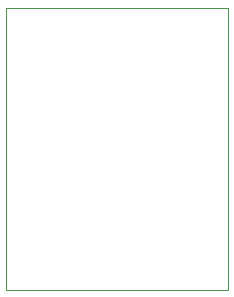
<source format=gbr>
G04 #@! TF.GenerationSoftware,KiCad,Pcbnew,(5.1.4-0)*
G04 #@! TF.CreationDate,2021-01-28T22:10:56-05:00*
G04 #@! TF.ProjectId,coral_breakout,636f7261-6c5f-4627-9265-616b6f75742e,rev?*
G04 #@! TF.SameCoordinates,Original*
G04 #@! TF.FileFunction,Profile,NP*
%FSLAX46Y46*%
G04 Gerber Fmt 4.6, Leading zero omitted, Abs format (unit mm)*
G04 Created by KiCad (PCBNEW (5.1.4-0)) date 2021-01-28 22:10:56*
%MOMM*%
%LPD*%
G04 APERTURE LIST*
%ADD10C,0.050000*%
G04 APERTURE END LIST*
D10*
X130302000Y-108458000D02*
X130302000Y-84582000D01*
X149098000Y-108458000D02*
X130302000Y-108458000D01*
X149098000Y-84582000D02*
X149098000Y-108458000D01*
X130302000Y-84582000D02*
X149098000Y-84582000D01*
M02*

</source>
